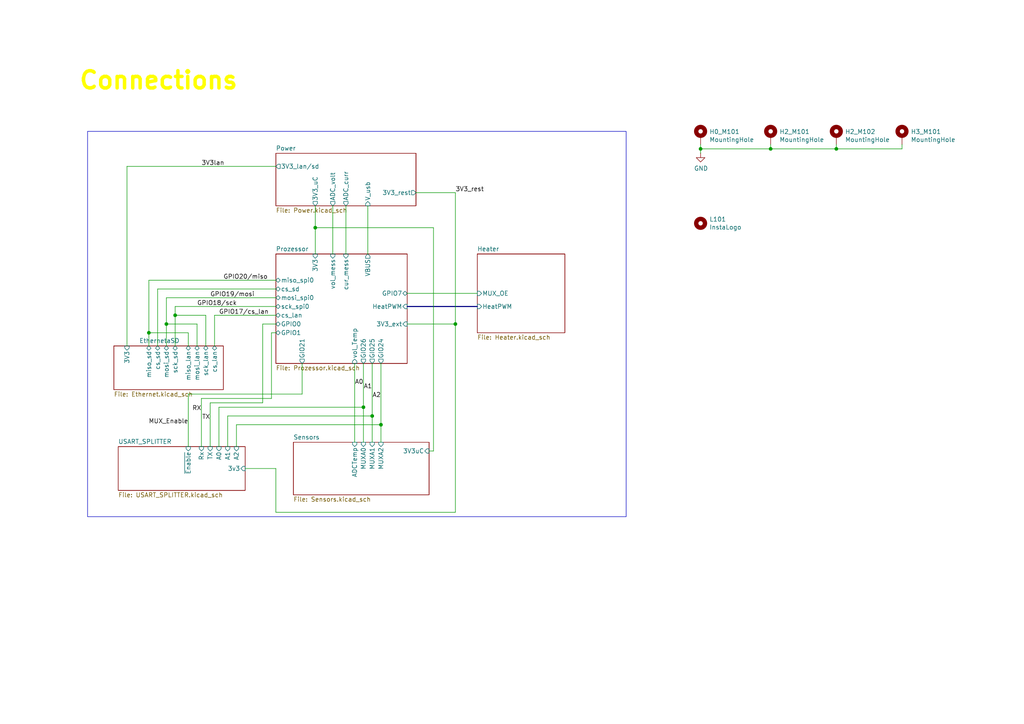
<source format=kicad_sch>
(kicad_sch (version 20231120) (generator "eeschema") (generator_version "8.0")
  (paper "A4")
  (lib_symbols
    (symbol "SymbolsBalloonv4:GND" (power) (pin_numbers hide) (pin_names (offset 0) hide)
      (property "Value" "GND" (at 0 -3.81 0))
      (symbol "GND_0_1"
        (polyline (pts (xy 0 0) (xy 0 -1.27) (xy 1.27 -1.27) (xy 0 -2.54) (xy -1.27 -1.27) (xy 0 -1.27)))
      )
      (symbol "GND_1_1"
        (pin power_in line (at 0 0 270) (length 0) (name "~") (number "1"))
      )
    )
    (symbol "SymbolsBalloonv4:MountingHole" (pin_names (offset 1.016))
      (property "Reference" "H" (at 0 5.08 0))
      (property "Value" "MountingHole" (at 0 3.175 0))
      (symbol "MountingHole_0_1"
        (circle (center 0 0) (radius 1.27) (stroke (width 1.27)))
      )
    )
    (symbol "SymbolsBalloonv4:MountingHole_Pad" (pin_numbers hide) (pin_names (offset 1.016) hide)
      (property "Reference" "H" (at 0 6.35 0))
      (property "Value" "MountingHole_Pad" (at 0 4.445 0))
      (symbol "MountingHole_Pad_0_1"
        (circle (center 0 1.27) (radius 1.27) (stroke (width 1.27)))
      )
      (symbol "MountingHole_Pad_1_1"
        (pin input line (at 0 -2.54 90) (length 2.54) (name "1") (number "1"))
      )
    )
  )
  (junction (at 43.18 96.52))
  (junction (at 105.41 118.11))
  (junction (at 48.26 93.98))
  (junction (at 242.57 43.18))
  (junction (at 91.44 66.04))
  (junction (at 107.95 120.65))
  (junction (at 50.8 91.44))
  (junction (at 132.08 93.98))
  (junction (at 110.49 123.19))
  (junction (at 203.2 43.18))
  (junction (at 223.52 43.18))
  (wire (pts (xy 48.26 86.36) (xy 80.01 86.36)))
  (wire (pts (xy 223.52 43.18) (xy 223.52 41.91)))
  (wire (pts (xy 48.26 93.98) (xy 57.15 93.98)))
  (wire (pts (xy 100.33 59.69) (xy 100.33 73.66)))
  (wire (pts (xy 76.2 93.98) (xy 76.2 116.84)))
  (wire (pts (xy 110.49 105.41) (xy 110.49 123.19)))
  (wire (pts (xy 96.52 59.69) (xy 96.52 73.66)))
  (wire (pts (xy 203.2 43.18) (xy 203.2 41.91)))
  (wire (pts (xy 80.01 96.52) (xy 78.74 96.52)))
  (wire (pts (xy 110.49 123.19) (xy 110.49 128.27)))
  (wire (pts (xy 50.8 88.9) (xy 80.01 88.9)))
  (wire (pts (xy 62.23 91.44) (xy 80.01 91.44)))
  (wire (pts (xy 125.73 130.81) (xy 125.73 66.04)))
  (wire (pts (xy 43.18 81.28) (xy 43.18 96.52)))
  (wire (pts (xy 71.12 135.89) (xy 80.01 135.89)))
  (wire (pts (xy 203.2 43.18) (xy 223.52 43.18)))
  (wire (pts (xy 261.62 43.18) (xy 261.62 41.91)))
  (wire (pts (xy 203.2 44.45) (xy 203.2 43.18)))
  (wire (pts (xy 63.5 118.11) (xy 105.41 118.11)))
  (wire (pts (xy 242.57 43.18) (xy 261.62 43.18)))
  (wire (pts (xy 242.57 43.18) (xy 242.57 41.91)))
  (wire (pts (xy 50.8 88.9) (xy 50.8 91.44)))
  (wire (pts (xy 120.65 55.88) (xy 132.08 55.88)))
  (wire (pts (xy 58.42 115.57) (xy 58.42 129.54)))
  (wire (pts (xy 54.61 100.33) (xy 54.61 96.52)))
  (wire (pts (xy 68.58 123.19) (xy 110.49 123.19)))
  (wire (pts (xy 223.52 43.18) (xy 242.57 43.18)))
  (wire (pts (xy 80.01 148.59) (xy 132.08 148.59)))
  (wire (pts (xy 102.87 105.41) (xy 102.87 128.27)))
  (wire (pts (xy 45.72 83.82) (xy 80.01 83.82)))
  (wire (pts (xy 36.83 48.26) (xy 36.83 100.33)))
  (wire (pts (xy 91.44 66.04) (xy 91.44 73.66)))
  (wire (pts (xy 58.42 115.57) (xy 78.74 115.57)))
  (wire (pts (xy 87.63 114.3) (xy 87.63 105.41)))
  (wire (pts (xy 78.74 96.52) (xy 78.74 115.57)))
  (wire (pts (xy 62.23 100.33) (xy 62.23 91.44)))
  (wire (pts (xy 54.61 96.52) (xy 43.18 96.52)))
  (wire (pts (xy 60.96 116.84) (xy 60.96 129.54)))
  (wire (pts (xy 124.46 130.81) (xy 125.73 130.81)))
  (wire (pts (xy 59.69 100.33) (xy 59.69 91.44)))
  (wire (pts (xy 125.73 66.04) (xy 91.44 66.04)))
  (wire (pts (xy 59.69 91.44) (xy 50.8 91.44)))
  (wire (pts (xy 66.04 120.65) (xy 107.95 120.65)))
  (wire (pts (xy 43.18 96.52) (xy 43.18 100.33)))
  (wire (pts (xy 63.5 118.11) (xy 63.5 129.54)))
  (bus (pts (xy 118.11 88.9) (xy 138.43 88.9)))
  (wire (pts (xy 118.11 93.98) (xy 132.08 93.98)))
  (wire (pts (xy 50.8 91.44) (xy 50.8 100.33)))
  (wire (pts (xy 118.11 85.09) (xy 138.43 85.09)))
  (wire (pts (xy 48.26 100.33) (xy 48.26 93.98)))
  (wire (pts (xy 54.61 114.3) (xy 87.63 114.3)))
  (wire (pts (xy 132.08 93.98) (xy 132.08 148.59)))
  (wire (pts (xy 106.68 59.69) (xy 106.68 73.66)))
  (wire (pts (xy 66.04 129.54) (xy 66.04 120.65)))
  (wire (pts (xy 57.15 100.33) (xy 57.15 93.98)))
  (wire (pts (xy 132.08 55.88) (xy 132.08 93.98)))
  (wire (pts (xy 68.58 123.19) (xy 68.58 129.54)))
  (wire (pts (xy 54.61 129.54) (xy 54.61 114.3)))
  (wire (pts (xy 48.26 93.98) (xy 48.26 86.36)))
  (wire (pts (xy 60.96 116.84) (xy 76.2 116.84)))
  (wire (pts (xy 91.44 59.69) (xy 91.44 66.04)))
  (wire (pts (xy 45.72 83.82) (xy 45.72 100.33)))
  (wire (pts (xy 43.18 81.28) (xy 80.01 81.28)))
  (wire (pts (xy 107.95 120.65) (xy 107.95 128.27)))
  (wire (pts (xy 105.41 118.11) (xy 105.41 128.27)))
  (wire (pts (xy 80.01 93.98) (xy 76.2 93.98)))
  (wire (pts (xy 107.95 105.41) (xy 107.95 120.65)))
  (wire (pts (xy 80.01 135.89) (xy 80.01 148.59)))
  (wire (pts (xy 36.83 48.26) (xy 80.01 48.26)))
  (wire (pts (xy 105.41 105.41) (xy 105.41 118.11)))
  (rectangle (start 25.4 38.1) (end 181.61 149.86))
  (text "optional Upgrades\n- LDOs unnesessary before digital signals. \n  better buck with filter\n- USB-PD\n- replace LDOs with low noise buck converter\n- Rshunt betwenn +VCC and 3V3 Opamp, \n  Ground unused Opamp Inputs,\n  extra opamp LDO\n- EMF Capasitor Switcher\n" (at 185.928 103.886 0) (effects (font (size 2 2)) (justify left top)))
  (text "Bekannte Designfehler\n- keine seperate Analog/HF Groundplanes\n- no ESD Protection\n- Buck Heat Condensators won't decharge if heater off\n- Inrush current limiting Resistor has to handle way to \n  mutch power\n- Oxygen UART 0 Pins swapped\n- Oxygen 4 =! Probe 4, same goes for 5. Fix MUX \n- Lowpass/PI filter on analog singals" (at 185.42 72.39 0) (effects (font (size 2 2)) (justify left top)))
  (text "Connections" (at 22.606 26.416 0) (effects (font (size 5 5) (thickness 1) (bold yes)) (justify left bottom)))
  (label "MUX_Enable" (at 54.61 123.19 180))
  (label "TX" (at 60.96 121.912 180))
  (label "GPIO18{slash}sck" (at 57.15 88.9 0))
  (label "RX" (at 58.42 119.38 180))
  (label "GPIO19{slash}mosi" (at 60.96 86.36 0))
  (label "3V3lan" (at 58.42 48.26 0))
  (label "A0" (at 105.41 111.76 180))
  (label "3V3_rest" (at 132.08 55.88 0))
  (label "A1" (at 107.95 113.03 180))
  (label "GPIO20{slash}miso" (at 64.77 81.28 0))
  (label "GPIO17{slash}cs_lan" (at 63.5 91.44 0))
  (label "A2" (at 110.49 115.57 180))
  (symbol (lib_id "SymbolsBalloonv4:MountingHole_Pad") (at 261.62 39.37 0) (unit 1)
    (property "Reference" "H3_M101" (at 264.16 38.2016 0) (effects (justify left)))
    (property "Value" "MountingHole" (at 264.16 40.513 0) (effects (justify left)))
    (property "Footprint" "MountingHole:MountingHole_3.2mm_M3_Pad_Via" (effects (hide yes)))
    (property "Description" "Mounting Hole with connection" (effects (hide yes)))
  )
  (symbol (lib_id "SymbolsBalloonv4:MountingHole") (at 203.2 64.77 0) (unit 1) (in_bom no)
    (property "Reference" "L101" (at 205.74 63.6016 0) (effects (justify left)))
    (property "Value" "InstaLogo" (at 205.74 65.913 0) (effects (justify left)))
    (property "Footprint" "SamacSys_Parts:insta" (effects (hide yes)))
    (property "Description" "Mounting Hole without connection" (effects (hide yes)))
  )
  (symbol (lib_id "SymbolsBalloonv4:MountingHole_Pad") (at 242.57 39.37 0) (unit 1)
    (property "Reference" "H2_M102" (at 245.11 38.2016 0) (effects (justify left)))
    (property "Value" "MountingHole" (at 245.11 40.513 0) (effects (justify left)))
    (property "Footprint" "MountingHole:MountingHole_3.2mm_M3_Pad_Via" (effects (hide yes)))
    (property "Description" "Mounting Hole with connection" (effects (hide yes)))
  )
  (symbol (lib_id "SymbolsBalloonv4:MountingHole_Pad") (at 203.2 39.37 0) (unit 1)
    (property "Reference" "H0_M101" (at 205.74 38.2016 0) (effects (justify left)))
    (property "Value" "MountingHole" (at 205.74 40.513 0) (effects (justify left)))
    (property "Footprint" "MountingHole:MountingHole_3.2mm_M3_Pad_Via" (effects (hide yes)))
    (property "Description" "Mounting Hole with connection" (effects (hide yes)))
  )
  (symbol (lib_id "SymbolsBalloonv4:MountingHole_Pad") (at 223.52 39.37 0) (unit 1)
    (property "Reference" "H2_M101" (at 226.06 38.2016 0) (effects (justify left)))
    (property "Value" "MountingHole" (at 226.06 40.513 0) (effects (justify left)))
    (property "Footprint" "MountingHole:MountingHole_3.2mm_M3_Pad_Via" (effects (hide yes)))
    (property "Description" "Mounting Hole with connection" (effects (hide yes)))
  )
  (symbol (lib_id "SymbolsBalloonv4:GND") (at 203.2 44.45 0) (unit 1)
    (property "Reference" "#PWR0101" (effects (hide yes)))
    (property "Value" "GND" (at 203.327 48.8442 0))
    (property "Description" "Power symbol creates a global label with name \"GND\" , ground" (effects (hide yes)))
  )
  (sheet (at 80.01 44.45) (size 40.64 15.24) (stroke (width 0.1524))
    (property "Sheetname" "Power" (at 80.01 43.7384 0) (effects (justify left bottom)))
    (property "Sheetfile" "Power.kicad_sch" (at 80.01 60.2746 0) (effects (justify left top)))
    (pin "3V3_uC" output (at 91.44 59.69 270))
    (pin "V_usb" input (at 106.68 59.69 270))
    (pin "ADC_curr" output (at 100.33 59.69 270))
    (pin "ADC_volt" output (at 96.52 59.69 270))
    (pin "3V3_lan{slash}sd" output (at 80.01 48.26 180))
    (pin "3V3_rest" output (at 120.65 55.88 0))
  )
  (sheet (at 80.01 73.66) (size 38.1 31.75) (stroke (width 0.1524))
    (property "Sheetname" "Prozessor" (at 80.01 72.9484 0) (effects (justify left bottom)))
    (property "Sheetfile" "Prozessor.kicad_sch" (at 80.01 105.9946 0) (effects (justify left top)))
    (pin "vol_mess" input (at 96.52 73.66 90))
    (pin "cur_mess" input (at 100.33 73.66 90))
    (pin "3V3" input (at 91.44 73.66 90))
    (pin "VBUS" output (at 106.68 73.66 90))
    (pin "vol_Temp" input (at 102.87 105.41 270))
    (pin "3V3_ext" input (at 118.11 93.98 0))
    (pin "HeatPWM" input (at 118.11 88.9 0))
    (pin "sck_spi0" bidirectional (at 80.01 88.9 180))
    (pin "mosi_spi0" bidirectional (at 80.01 86.36 180))
    (pin "cs_sd" bidirectional (at 80.01 83.82 180))
    (pin "miso_spi0" bidirectional (at 80.01 81.28 180))
    (pin "cs_lan" bidirectional (at 80.01 91.44 180))
    (pin "GIO26" output (at 105.41 105.41 270))
    (pin "GIO25" output (at 107.95 105.41 270))
    (pin "GIO24" output (at 110.49 105.41 270))
    (pin "GIO21" output (at 87.63 105.41 270))
    (pin "GPIO0" bidirectional (at 80.01 93.98 180))
    (pin "GPIO1" bidirectional (at 80.01 96.52 180))
    (pin "GPIO7" bidirectional (at 118.11 85.09 0))
  )
  (sheet (at 85.09 128.27) (size 39.37 15.24) (stroke (width 0.1524))
    (property "Sheetname" "Sensors" (at 85.09 127.5584 0) (effects (justify left bottom)))
    (property "Sheetfile" "Sensors.kicad_sch" (at 85.09 144.0946 0) (effects (justify left top)))
    (pin "MUXA0" input (at 105.41 128.27 90))
    (pin "MUXA1" input (at 107.95 128.27 90))
    (pin "MUXA2" input (at 110.49 128.27 90))
    (pin "ADCTemp" input (at 102.87 128.27 90))
    (pin "3V3uC" input (at 124.46 130.81 0))
  )
  (sheet (at 34.29 129.54) (size 36.83 12.7) (stroke (width 0.1524))
    (property "Sheetname" "USART_SPLITTER" (at 34.29 128.8284 0) (effects (justify left bottom)))
    (property "Sheetfile" "USART_SPLITTER.kicad_sch" (at 34.29 142.8246 0) (effects (justify left top)))
    (pin "A2" input (at 68.58 129.54 90))
    (pin "A0" input (at 63.5 129.54 90))
    (pin "TX" input (at 60.96 129.54 90))
    (pin "A1" input (at 66.04 129.54 90))
    (pin "Rx" input (at 58.42 129.54 90))
    (pin "~{Enable}" input (at 54.61 129.54 90))
    (pin "3v3" input (at 71.12 135.89 0))
  )
  (sheet (at 33.02 100.33) (size 31.75 12.7) (stroke (width 0.1524))
    (property "Sheetname" "EthernetaSD" (at 40.386 99.568 0) (effects (justify left bottom)))
    (property "Sheetfile" "Ethernet.kicad_sch" (at 33.02 113.6146 0) (effects (justify left top)))
    (pin "3V3" input (at 36.83 100.33 90))
    (pin "sck_sd" bidirectional (at 50.8 100.33 90))
    (pin "mosi_sd" bidirectional (at 48.26 100.33 90))
    (pin "cs_sd" bidirectional (at 45.72 100.33 90))
    (pin "miso_sd" bidirectional (at 43.18 100.33 90))
    (pin "miso_lan" bidirectional (at 54.61 100.33 90))
    (pin "sck_lan" bidirectional (at 59.69 100.33 90))
    (pin "mosi_lan" bidirectional (at 57.15 100.33 90))
    (pin "cs_lan" bidirectional (at 62.23 100.33 90))
  )
  (sheet (at 138.43 73.66) (size 25.4 22.86) (stroke (width 0.1524))
    (property "Sheetname" "Heater" (at 138.43 72.9484 0) (effects (justify left bottom)))
    (property "Sheetfile" "Heater.kicad_sch" (at 138.43 97.1046 0) (effects (justify left top)))
    (pin "HeatPWM" input (at 138.43 88.9 180))
    (pin "MUX_OE" input (at 138.43 85.09 180))
  )
)
</source>
